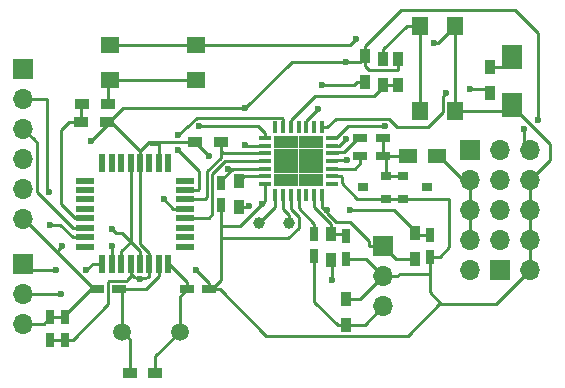
<source format=gbr>
G04 #@! TF.FileFunction,Copper,L1,Top,Signal*
%FSLAX46Y46*%
G04 Gerber Fmt 4.6, Leading zero omitted, Abs format (unit mm)*
G04 Created by KiCad (PCBNEW 4.0.6) date 01/08/18 14:17:43*
%MOMM*%
%LPD*%
G01*
G04 APERTURE LIST*
%ADD10C,0.100000*%
%ADD11R,0.750000X1.200000*%
%ADD12R,1.500000X1.250000*%
%ADD13R,1.200000X0.750000*%
%ADD14R,0.900000X0.800000*%
%ADD15R,1.700000X2.000000*%
%ADD16R,1.700000X1.700000*%
%ADD17O,1.700000X1.700000*%
%ADD18R,0.900000X1.200000*%
%ADD19R,1.200000X0.900000*%
%ADD20R,1.000000X0.370000*%
%ADD21R,0.370000X1.000000*%
%ADD22R,1.062500X1.062500*%
%ADD23R,0.550000X1.600000*%
%ADD24R,1.600000X0.550000*%
%ADD25C,1.000000*%
%ADD26C,1.500000*%
%ADD27R,1.600000X1.400000*%
%ADD28R,1.400000X1.600000*%
%ADD29C,0.600000*%
%ADD30C,0.250000*%
G04 APERTURE END LIST*
D10*
D11*
X199898000Y-96139000D03*
X199898000Y-94239000D03*
X217551000Y-100518000D03*
X217551000Y-98618000D03*
D12*
X215666000Y-91948000D03*
X218166000Y-91948000D03*
D13*
X196982000Y-103251000D03*
X198882000Y-103251000D03*
D11*
X207772000Y-98552000D03*
X207772000Y-100452000D03*
X210439000Y-100645000D03*
X210439000Y-98745000D03*
D13*
X211648000Y-90424000D03*
X213548000Y-90424000D03*
X211648000Y-91948000D03*
X213548000Y-91948000D03*
X191236856Y-103251000D03*
X189336856Y-103251000D03*
D11*
X185420000Y-107503000D03*
X185420000Y-105603000D03*
X186690000Y-107503000D03*
X186690000Y-105603000D03*
D14*
X215281000Y-93665000D03*
X215281000Y-95565000D03*
X217281000Y-94615000D03*
X213868000Y-95565000D03*
X213868000Y-93665000D03*
X211868000Y-94615000D03*
D15*
X224536000Y-87598000D03*
X224536000Y-83598000D03*
D16*
X220980000Y-91440000D03*
D17*
X220980000Y-93980000D03*
X220980000Y-96520000D03*
X220980000Y-99060000D03*
X220980000Y-101600000D03*
D16*
X223520000Y-101600000D03*
D17*
X226060000Y-101600000D03*
X223520000Y-99060000D03*
X226060000Y-99060000D03*
X223520000Y-96520000D03*
X226060000Y-96520000D03*
X223520000Y-93980000D03*
X226060000Y-93980000D03*
X223520000Y-91440000D03*
X226060000Y-91440000D03*
D16*
X183134000Y-84582000D03*
D17*
X183134000Y-87122000D03*
X183134000Y-89662000D03*
X183134000Y-92202000D03*
X183134000Y-94742000D03*
X183134000Y-97282000D03*
D16*
X183134000Y-101092000D03*
D17*
X183134000Y-103632000D03*
X183134000Y-106172000D03*
D18*
X201422000Y-96307000D03*
X201422000Y-94107000D03*
X216281000Y-100668000D03*
X216281000Y-98468000D03*
X209169000Y-100795000D03*
X209169000Y-98595000D03*
D19*
X199855000Y-90805000D03*
X197655000Y-90805000D03*
D18*
X212090000Y-85725000D03*
X212090000Y-83525000D03*
X222631000Y-86655000D03*
X222631000Y-84455000D03*
X210439000Y-104056000D03*
X210439000Y-106256000D03*
D19*
X192110000Y-110363000D03*
X194310000Y-110363000D03*
X190201193Y-89075773D03*
X188001193Y-89075773D03*
X188087193Y-87551773D03*
X190287193Y-87551773D03*
D18*
X213614000Y-85936000D03*
X213614000Y-83736000D03*
X214884000Y-83736000D03*
X214884000Y-85936000D03*
D20*
X209270000Y-94335000D03*
X209270000Y-93685000D03*
X209270000Y-93035000D03*
X209270000Y-92385000D03*
X209270000Y-91735000D03*
X209270000Y-91085000D03*
X209270000Y-90435000D03*
D21*
X208370000Y-89535000D03*
X207720000Y-89535000D03*
X207070000Y-89535000D03*
X206420000Y-89535000D03*
X205770000Y-89535000D03*
X205120000Y-89535000D03*
X204470000Y-89535000D03*
D20*
X203570000Y-90435000D03*
X203570000Y-91085000D03*
X203570000Y-91735000D03*
X203570000Y-92385000D03*
X203570000Y-93035000D03*
X203570000Y-93685000D03*
X203570000Y-94335000D03*
D21*
X204470000Y-95235000D03*
X205120000Y-95235000D03*
X205770000Y-95235000D03*
X206420000Y-95235000D03*
X207070000Y-95235000D03*
X207720000Y-95235000D03*
X208370000Y-95235000D03*
D22*
X204826250Y-90791250D03*
X204826250Y-91853750D03*
X204826250Y-92916250D03*
X204826250Y-93978750D03*
X205888750Y-90791250D03*
X205888750Y-91853750D03*
X205888750Y-92916250D03*
X205888750Y-93978750D03*
X206951250Y-90791250D03*
X206951250Y-91853750D03*
X206951250Y-92916250D03*
X206951250Y-93978750D03*
X208013750Y-90791250D03*
X208013750Y-91853750D03*
X208013750Y-92916250D03*
X208013750Y-93978750D03*
D23*
X189800000Y-101083000D03*
X190600000Y-101083000D03*
X191400000Y-101083000D03*
X192200000Y-101083000D03*
X193000000Y-101083000D03*
X193800000Y-101083000D03*
X194600000Y-101083000D03*
X195400000Y-101083000D03*
D24*
X196850000Y-99633000D03*
X196850000Y-98833000D03*
X196850000Y-98033000D03*
X196850000Y-97233000D03*
X196850000Y-96433000D03*
X196850000Y-95633000D03*
X196850000Y-94833000D03*
X196850000Y-94033000D03*
D23*
X195400000Y-92583000D03*
X194600000Y-92583000D03*
X193800000Y-92583000D03*
X193000000Y-92583000D03*
X192200000Y-92583000D03*
X191400000Y-92583000D03*
X190600000Y-92583000D03*
X189800000Y-92583000D03*
D24*
X188350000Y-94033000D03*
X188350000Y-94833000D03*
X188350000Y-95633000D03*
X188350000Y-96433000D03*
X188350000Y-97233000D03*
X188350000Y-98033000D03*
X188350000Y-98833000D03*
X188350000Y-99633000D03*
D25*
X203073000Y-97663000D03*
X205613000Y-97663000D03*
D26*
X196382856Y-106840710D03*
X191502856Y-106840710D03*
D16*
X213614000Y-99568000D03*
D17*
X213614000Y-102108000D03*
X213614000Y-104648000D03*
D27*
X190500000Y-85550000D03*
X190500000Y-82550000D03*
X197700000Y-82550000D03*
X197700000Y-85550000D03*
D28*
X216710000Y-80938000D03*
X219710000Y-80938000D03*
X219710000Y-88138000D03*
X216710000Y-88138000D03*
D29*
X203326270Y-96006581D03*
X213741000Y-89408000D03*
X197739000Y-101600000D03*
X190627000Y-98171000D03*
X186436000Y-99568000D03*
X217932000Y-82423000D03*
X211328000Y-82042000D03*
X193040000Y-102383002D03*
X201930000Y-87884000D03*
X210425558Y-83960442D03*
X201930000Y-91059000D03*
X209296000Y-102489000D03*
X188849000Y-90678000D03*
X210425558Y-90537558D03*
X225552000Y-89662000D03*
X226695000Y-88900000D03*
X198882000Y-91948000D03*
X200428441Y-93032441D03*
X210548037Y-92329223D03*
X210820000Y-96520000D03*
X185293000Y-94996000D03*
X185420000Y-97790000D03*
X186309000Y-103632000D03*
X186309000Y-103632000D03*
X188468000Y-101600000D03*
X196215000Y-91440000D03*
X196215000Y-90180000D03*
X197993000Y-89408000D03*
X194998000Y-95631000D03*
X208807942Y-96500058D03*
X202262559Y-96217559D03*
X208107001Y-87965001D03*
X208407000Y-85979000D03*
X220934001Y-86314001D03*
X218948000Y-86614000D03*
X185928000Y-101600000D03*
X190627000Y-99568000D03*
D30*
X203327000Y-96037002D02*
X201447002Y-97917000D01*
X203570000Y-95794002D02*
X203327000Y-96037002D01*
X203327000Y-96037002D02*
X203327000Y-96007311D01*
X203327000Y-96007311D02*
X203326270Y-96006581D01*
X209270000Y-90435000D02*
X209585000Y-90435000D01*
X209585000Y-90435000D02*
X210612000Y-89408000D01*
X210612000Y-89408000D02*
X213741000Y-89408000D01*
X199898000Y-97917000D02*
X199898000Y-98933000D01*
X206438001Y-98059001D02*
X205564002Y-98933000D01*
X199898000Y-98933000D02*
X199898000Y-102460000D01*
X205564002Y-98933000D02*
X199898000Y-98933000D01*
X205770000Y-95235000D02*
X205770000Y-96476484D01*
X205770000Y-96476484D02*
X206438001Y-97144485D01*
X206438001Y-97144485D02*
X206438001Y-98059001D01*
X198882000Y-103251000D02*
X198882000Y-102743000D01*
X198882000Y-102743000D02*
X197739000Y-101600000D01*
X190627000Y-98171000D02*
X190926999Y-98470999D01*
X190926999Y-98470999D02*
X191437999Y-98470999D01*
X191437999Y-98470999D02*
X192200000Y-99233000D01*
X186063856Y-100203000D02*
X183142856Y-97282000D01*
X189111856Y-103251000D02*
X186063856Y-100203000D01*
X186063856Y-100203000D02*
X186063856Y-99940144D01*
X186063856Y-99940144D02*
X186436000Y-99568000D01*
X218567000Y-104521000D02*
X218440000Y-104394000D01*
X218440000Y-104394000D02*
X217551000Y-103505000D01*
X198882000Y-103251000D02*
X199732000Y-103251000D01*
X199732000Y-103251000D02*
X203662001Y-107181001D01*
X203662001Y-107181001D02*
X215652999Y-107181001D01*
X215652999Y-107181001D02*
X218440000Y-104394000D01*
X217932000Y-82423000D02*
X218225000Y-82423000D01*
X218225000Y-82423000D02*
X219710000Y-80938000D01*
X197700000Y-82550000D02*
X210820000Y-82550000D01*
X210820000Y-82550000D02*
X211328000Y-82042000D01*
X191400000Y-101083000D02*
X191400000Y-100033000D01*
X191400000Y-100033000D02*
X192200000Y-99233000D01*
X199898000Y-96139000D02*
X199898000Y-97917000D01*
X201447002Y-97917000D02*
X199898000Y-97917000D01*
X203570000Y-94335000D02*
X203570000Y-95794002D01*
X199898000Y-102460000D02*
X199107000Y-103251000D01*
X199107000Y-103251000D02*
X198882000Y-103251000D01*
X193000000Y-101083000D02*
X193000000Y-100033000D01*
X193000000Y-100033000D02*
X192200000Y-99233000D01*
X192200000Y-99233000D02*
X192200000Y-93633000D01*
X192200000Y-93633000D02*
X192200000Y-92583000D01*
X210439000Y-104056000D02*
X211666000Y-104056000D01*
X211666000Y-104056000D02*
X213614000Y-102108000D01*
X217551000Y-103505000D02*
X217551000Y-101981000D01*
X217551000Y-101981000D02*
X217551000Y-100518000D01*
X214816081Y-102108000D02*
X214943081Y-101981000D01*
X213614000Y-102108000D02*
X214816081Y-102108000D01*
X214943081Y-101981000D02*
X217551000Y-101981000D01*
X210439000Y-100645000D02*
X212151000Y-100645000D01*
X212151000Y-100645000D02*
X213614000Y-102108000D01*
X213868000Y-95565000D02*
X211382998Y-95565000D01*
X211382998Y-95565000D02*
X210095001Y-94277003D01*
X210095001Y-94277003D02*
X210095001Y-93760001D01*
X210095001Y-93760001D02*
X210020000Y-93685000D01*
X210020000Y-93685000D02*
X209270000Y-93685000D01*
X219202000Y-99695000D02*
X218379000Y-100518000D01*
X218379000Y-100518000D02*
X217551000Y-100518000D01*
X219202000Y-95631000D02*
X219202000Y-99695000D01*
X215281000Y-95565000D02*
X215981000Y-95565000D01*
X215981000Y-95565000D02*
X216047000Y-95631000D01*
X216047000Y-95631000D02*
X219202000Y-95631000D01*
X223139000Y-104521000D02*
X218567000Y-104521000D01*
X226060000Y-101600000D02*
X223139000Y-104521000D01*
X219710000Y-88138000D02*
X223996000Y-88138000D01*
X223996000Y-88138000D02*
X224536000Y-87598000D01*
X219710000Y-88138000D02*
X219710000Y-80938000D01*
X190500000Y-82550000D02*
X197700000Y-82550000D01*
X189336856Y-103251000D02*
X189111856Y-103251000D01*
X183142856Y-97282000D02*
X183134000Y-97282000D01*
X186690000Y-105603000D02*
X186690000Y-105378000D01*
X186690000Y-105378000D02*
X188817000Y-103251000D01*
X188817000Y-103251000D02*
X189336856Y-103251000D01*
X183134000Y-106172000D02*
X184851000Y-106172000D01*
X184851000Y-106172000D02*
X185420000Y-105603000D01*
X185420000Y-105603000D02*
X186690000Y-105603000D01*
X226060000Y-93980000D02*
X227711000Y-92329000D01*
X227711000Y-92329000D02*
X227711000Y-90923000D01*
X227711000Y-90923000D02*
X224536000Y-87748000D01*
X224536000Y-87748000D02*
X224536000Y-87598000D01*
X213868000Y-95565000D02*
X215281000Y-95565000D01*
X226060000Y-93980000D02*
X226060000Y-96520000D01*
X226060000Y-96520000D02*
X226060000Y-99060000D01*
X226060000Y-99060000D02*
X226060000Y-101600000D01*
X192464999Y-102208001D02*
X193040000Y-102383002D01*
X193040000Y-102383002D02*
X193724999Y-102208001D01*
X214884000Y-83736000D02*
X214884000Y-84586000D01*
X214884000Y-84586000D02*
X214808999Y-84661001D01*
X214808999Y-84661001D02*
X212376001Y-84661001D01*
X212376001Y-84661001D02*
X212090000Y-84375000D01*
X212090000Y-84375000D02*
X212090000Y-83525000D01*
X201930000Y-87884000D02*
X191542966Y-87884000D01*
X191542966Y-87884000D02*
X190351193Y-89075773D01*
X190351193Y-89075773D02*
X190201193Y-89075773D01*
X201930000Y-87884000D02*
X205853558Y-83960442D01*
X205853558Y-83960442D02*
X210425558Y-83960442D01*
X210425558Y-83960442D02*
X211654558Y-83960442D01*
X211654558Y-83960442D02*
X212090000Y-83525000D01*
X203570000Y-91085000D02*
X201956000Y-91085000D01*
X201956000Y-91085000D02*
X201930000Y-91059000D01*
X194600000Y-90968000D02*
X193891000Y-90968000D01*
X193891000Y-90968000D02*
X193728000Y-90805000D01*
X209296000Y-102489000D02*
X209296000Y-100922000D01*
X209296000Y-100922000D02*
X209169000Y-100795000D01*
X190201193Y-89075773D02*
X190201193Y-89325807D01*
X190201193Y-89325807D02*
X188849000Y-90678000D01*
X194600000Y-92583000D02*
X194600000Y-90968000D01*
X186690000Y-107503000D02*
X187315000Y-107503000D01*
X187315000Y-107503000D02*
X190311855Y-104506145D01*
X190311855Y-104506145D02*
X190311855Y-102615999D01*
X190311855Y-102615999D02*
X190376855Y-102550999D01*
X190376855Y-102550999D02*
X191897000Y-102550999D01*
X191897000Y-102550999D02*
X191897000Y-102436000D01*
X191897000Y-102436000D02*
X192200000Y-102133000D01*
X192200000Y-102133000D02*
X192200000Y-101083000D01*
X209270000Y-91085000D02*
X209878116Y-91085000D01*
X209878116Y-91085000D02*
X210425558Y-90537558D01*
X225552000Y-89662000D02*
X225552000Y-90932000D01*
X225552000Y-90932000D02*
X226060000Y-91440000D01*
X226695000Y-81534000D02*
X226695000Y-88900000D01*
X224973999Y-79812999D02*
X226695000Y-81534000D01*
X223520000Y-79629000D02*
X224790000Y-79629000D01*
X224790000Y-79629000D02*
X224973999Y-79812999D01*
X215136000Y-79629000D02*
X223520000Y-79629000D01*
X212090000Y-83525000D02*
X212090000Y-82675000D01*
X212090000Y-82675000D02*
X215136000Y-79629000D01*
X198882000Y-91948000D02*
X198798000Y-91948000D01*
X198798000Y-91948000D02*
X197655000Y-90805000D01*
X200877000Y-93035000D02*
X200431000Y-93035000D01*
X200431000Y-93035000D02*
X200428441Y-93032441D01*
X203570000Y-93035000D02*
X200877000Y-93035000D01*
X200877000Y-93035000D02*
X199898000Y-94014000D01*
X199898000Y-94014000D02*
X199898000Y-94239000D01*
X193000000Y-91533000D02*
X193728000Y-90805000D01*
X193728000Y-90805000D02*
X197655000Y-90805000D01*
X193000000Y-92583000D02*
X193000000Y-99396590D01*
X193000000Y-99396590D02*
X193800000Y-100196590D01*
X193800000Y-100196590D02*
X193800000Y-101083000D01*
X192200000Y-101083000D02*
X192200000Y-101943002D01*
X192200000Y-101943002D02*
X192464999Y-102208001D01*
X193724999Y-102208001D02*
X193800000Y-102133000D01*
X193800000Y-102133000D02*
X193800000Y-101083000D01*
X185420000Y-107503000D02*
X186690000Y-107503000D01*
X190201193Y-89075773D02*
X190542773Y-89075773D01*
X190542773Y-89075773D02*
X193000000Y-91533000D01*
X193000000Y-91533000D02*
X193000000Y-92583000D01*
X210548037Y-92329223D02*
X209325777Y-92329223D01*
X209325777Y-92329223D02*
X209270000Y-92385000D01*
X214483000Y-96520000D02*
X210820000Y-96520000D01*
X216281000Y-98318000D02*
X214483000Y-96520000D01*
X216281000Y-98468000D02*
X216281000Y-98318000D01*
X217551000Y-98618000D02*
X216431000Y-98618000D01*
X216431000Y-98618000D02*
X216281000Y-98468000D01*
X213868000Y-93665000D02*
X215281000Y-93665000D01*
X213868000Y-93665000D02*
X213868000Y-92268000D01*
X213868000Y-92268000D02*
X213548000Y-91948000D01*
X213548000Y-91948000D02*
X215666000Y-91948000D01*
X213548000Y-90424000D02*
X213548000Y-91948000D01*
X215281000Y-91825000D02*
X215666000Y-91440000D01*
X218166000Y-91948000D02*
X218291000Y-91948000D01*
X218291000Y-91948000D02*
X220323000Y-93980000D01*
X220323000Y-93980000D02*
X220980000Y-93980000D01*
X220980000Y-99060000D02*
X220980000Y-96520000D01*
X220980000Y-96520000D02*
X220980000Y-93980000D01*
X196982000Y-103251000D02*
X196982000Y-102626000D01*
X196982000Y-102626000D02*
X195439000Y-101083000D01*
X195439000Y-101083000D02*
X195400000Y-101083000D01*
X196382856Y-106840710D02*
X196382856Y-103850144D01*
X196382856Y-103850144D02*
X196982000Y-103251000D01*
X194310000Y-110363000D02*
X194310000Y-108913566D01*
X194310000Y-108913566D02*
X196382856Y-106840710D01*
X207772000Y-98552000D02*
X207772000Y-97702000D01*
X207772000Y-97702000D02*
X206420000Y-96350000D01*
X206420000Y-96350000D02*
X206420000Y-95985000D01*
X206420000Y-95985000D02*
X206420000Y-95235000D01*
X210439000Y-106256000D02*
X209739000Y-106256000D01*
X209739000Y-106256000D02*
X207772000Y-104289000D01*
X207772000Y-104289000D02*
X207772000Y-101302000D01*
X207772000Y-101302000D02*
X207772000Y-100452000D01*
X210439000Y-106256000D02*
X212006000Y-106256000D01*
X212006000Y-106256000D02*
X213614000Y-104648000D01*
X209169000Y-98595000D02*
X210289000Y-98595000D01*
X210289000Y-98595000D02*
X210439000Y-98745000D01*
X209169000Y-98595000D02*
X209169000Y-97745000D01*
X209169000Y-97745000D02*
X207720000Y-96296000D01*
X207720000Y-96296000D02*
X207720000Y-95985000D01*
X207720000Y-95985000D02*
X207720000Y-95235000D01*
X209270000Y-91735000D02*
X209636000Y-91735000D01*
X211423000Y-90424000D02*
X211648000Y-90424000D01*
X209636000Y-91735000D02*
X209775999Y-91595001D01*
X209775999Y-91595001D02*
X210251999Y-91595001D01*
X210251999Y-91595001D02*
X211423000Y-90424000D01*
X209270000Y-93035000D02*
X211186000Y-93035000D01*
X211186000Y-93035000D02*
X211648000Y-92573000D01*
X211648000Y-92573000D02*
X211648000Y-91948000D01*
X191236856Y-103251000D02*
X193482000Y-103251000D01*
X193482000Y-103251000D02*
X194600000Y-102133000D01*
X194600000Y-102133000D02*
X194600000Y-101083000D01*
X191502856Y-106840710D02*
X191502856Y-103517000D01*
X191502856Y-103517000D02*
X191236856Y-103251000D01*
X192110000Y-110363000D02*
X192110000Y-107447854D01*
X192110000Y-107447854D02*
X191502856Y-106840710D01*
X191502856Y-103296710D02*
X191236856Y-103030710D01*
X222631000Y-84455000D02*
X223679000Y-84455000D01*
X223679000Y-84455000D02*
X224536000Y-83598000D01*
X185166000Y-87122000D02*
X185166000Y-94869000D01*
X185166000Y-94869000D02*
X185293000Y-94996000D01*
X185166000Y-87122000D02*
X183134000Y-87122000D01*
X186257000Y-97790000D02*
X185420000Y-97790000D01*
X188350000Y-98833000D02*
X187300000Y-98833000D01*
X187300000Y-98833000D02*
X186257000Y-97790000D01*
X188350000Y-98033000D02*
X187300000Y-98033000D01*
X187300000Y-98033000D02*
X184309001Y-95042001D01*
X184309001Y-95042001D02*
X184309001Y-90837001D01*
X184309001Y-90837001D02*
X183983999Y-90511999D01*
X183983999Y-90511999D02*
X183134000Y-89662000D01*
X186309000Y-103632000D02*
X183134000Y-103632000D01*
X189800000Y-101083000D02*
X188985000Y-101083000D01*
X188985000Y-101083000D02*
X188468000Y-101600000D01*
X199136000Y-96901000D02*
X198804000Y-97233000D01*
X198804000Y-97233000D02*
X196850000Y-97233000D01*
X199136000Y-93440998D02*
X199136000Y-96901000D01*
X203570000Y-92385000D02*
X200191998Y-92385000D01*
X200191998Y-92385000D02*
X199136000Y-93440998D01*
X196215000Y-91440000D02*
X197975001Y-93200001D01*
X197975001Y-93200001D02*
X197975001Y-94757999D01*
X197975001Y-94757999D02*
X197900000Y-94833000D01*
X197900000Y-94833000D02*
X196850000Y-94833000D01*
X197802001Y-88709999D02*
X196215000Y-90180000D01*
X196215000Y-90297000D02*
X196215000Y-90180000D01*
X205120000Y-89535000D02*
X205120000Y-88785000D01*
X205120000Y-88785000D02*
X205044999Y-88709999D01*
X205044999Y-88709999D02*
X197802001Y-88709999D01*
X197993000Y-89408000D02*
X202978000Y-89408000D01*
X202978000Y-89408000D02*
X203570000Y-90000000D01*
X203570000Y-90000000D02*
X203570000Y-90435000D01*
X196850000Y-96433000D02*
X195800000Y-96433000D01*
X195800000Y-96433000D02*
X194998000Y-95631000D01*
X198685990Y-95446010D02*
X198499000Y-95633000D01*
X198499000Y-95633000D02*
X196850000Y-95633000D01*
X198685990Y-93254598D02*
X198685990Y-95446010D01*
X199855000Y-91505000D02*
X199855000Y-92085588D01*
X199855000Y-92085588D02*
X198685990Y-93254598D01*
X203570000Y-91735000D02*
X200085000Y-91735000D01*
X200085000Y-91735000D02*
X199855000Y-91505000D01*
X199855000Y-91505000D02*
X199855000Y-90805000D01*
X209596410Y-97536000D02*
X208915000Y-96854590D01*
X208915000Y-96854590D02*
X208370000Y-96309590D01*
X208807942Y-96500058D02*
X208807942Y-96747532D01*
X208807942Y-96747532D02*
X208915000Y-96854590D01*
X202163000Y-96266000D02*
X202214118Y-96266000D01*
X202214118Y-96266000D02*
X202262559Y-96217559D01*
X201422000Y-96307000D02*
X202122000Y-96307000D01*
X202122000Y-96307000D02*
X202163000Y-96266000D01*
X216281000Y-100668000D02*
X214714000Y-100668000D01*
X214714000Y-100668000D02*
X213614000Y-99568000D01*
X208370000Y-96309590D02*
X208370000Y-95235000D01*
X210820000Y-97536000D02*
X209596410Y-97536000D01*
X212409001Y-99125001D02*
X210820000Y-97536000D01*
X212409001Y-99568000D02*
X212409001Y-99125001D01*
X213614000Y-99568000D02*
X212409001Y-99568000D01*
X201422000Y-94107000D02*
X201844000Y-93685000D01*
X201844000Y-93685000D02*
X203570000Y-93685000D01*
X208107001Y-87965001D02*
X207070000Y-89002002D01*
X207070000Y-89002002D02*
X207070000Y-89535000D01*
X211136000Y-85979000D02*
X208407000Y-85979000D01*
X212090000Y-85725000D02*
X211390000Y-85725000D01*
X211390000Y-85725000D02*
X211136000Y-85979000D01*
X217398002Y-89535000D02*
X214793002Y-89535000D01*
X214793002Y-89535000D02*
X214041001Y-88782999D01*
X214041001Y-88782999D02*
X209557001Y-88782999D01*
X208805000Y-89535000D02*
X208370000Y-89535000D01*
X209557001Y-88782999D02*
X208805000Y-89535000D01*
X220934001Y-86314001D02*
X222290001Y-86314001D01*
X222290001Y-86314001D02*
X222631000Y-86655000D01*
X218684999Y-86877001D02*
X218948000Y-86614000D01*
X217398002Y-89535000D02*
X218684999Y-88248003D01*
X218684999Y-88248003D02*
X218684999Y-86877001D01*
X188001193Y-89075773D02*
X188001193Y-87637773D01*
X188001193Y-87637773D02*
X188087193Y-87551773D01*
X188350000Y-97233000D02*
X187489998Y-97233000D01*
X187489998Y-97233000D02*
X186309000Y-96052002D01*
X186309000Y-96052002D02*
X186309000Y-89789000D01*
X186309000Y-89789000D02*
X187022227Y-89075773D01*
X187022227Y-89075773D02*
X188001193Y-89075773D01*
X190500000Y-85550000D02*
X197700000Y-85550000D01*
X190287193Y-87551773D02*
X190287193Y-85762807D01*
X190287193Y-85762807D02*
X190500000Y-85550000D01*
X205770000Y-89535000D02*
X205770000Y-88914998D01*
X205770000Y-88914998D02*
X207823997Y-86861001D01*
X207823997Y-86861001D02*
X212838999Y-86861001D01*
X212838999Y-86861001D02*
X213614000Y-86086000D01*
X213614000Y-86086000D02*
X213614000Y-85936000D01*
X213614000Y-85936000D02*
X214884000Y-85936000D01*
X216710000Y-80938000D02*
X216710000Y-81988000D01*
X216710000Y-81988000D02*
X216710000Y-88138000D01*
X213614000Y-83736000D02*
X213614000Y-82886000D01*
X213614000Y-82886000D02*
X215562000Y-80938000D01*
X215562000Y-80938000D02*
X215760000Y-80938000D01*
X215760000Y-80938000D02*
X216710000Y-80938000D01*
X203073000Y-97663000D02*
X204470000Y-96266000D01*
X204470000Y-96266000D02*
X204470000Y-95235000D01*
X205613000Y-97663000D02*
X205613000Y-96955894D01*
X205120000Y-96462894D02*
X205120000Y-95985000D01*
X205613000Y-96955894D02*
X205120000Y-96462894D01*
X205120000Y-95985000D02*
X205120000Y-95235000D01*
X185928000Y-101600000D02*
X183642000Y-101600000D01*
X183642000Y-101600000D02*
X183134000Y-101092000D01*
X190600000Y-101083000D02*
X190600000Y-99595000D01*
X190600000Y-99595000D02*
X190627000Y-99568000D01*
M02*

</source>
